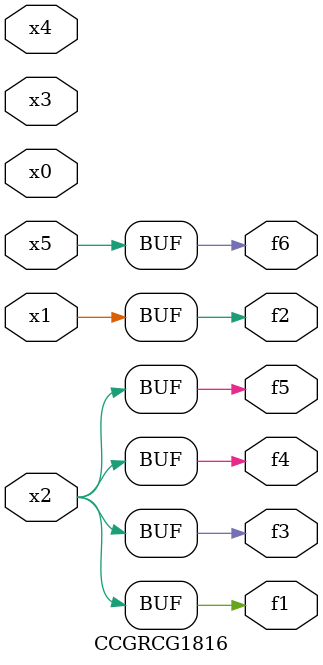
<source format=v>
module CCGRCG1816(
	input x0, x1, x2, x3, x4, x5,
	output f1, f2, f3, f4, f5, f6
);
	assign f1 = x2;
	assign f2 = x1;
	assign f3 = x2;
	assign f4 = x2;
	assign f5 = x2;
	assign f6 = x5;
endmodule

</source>
